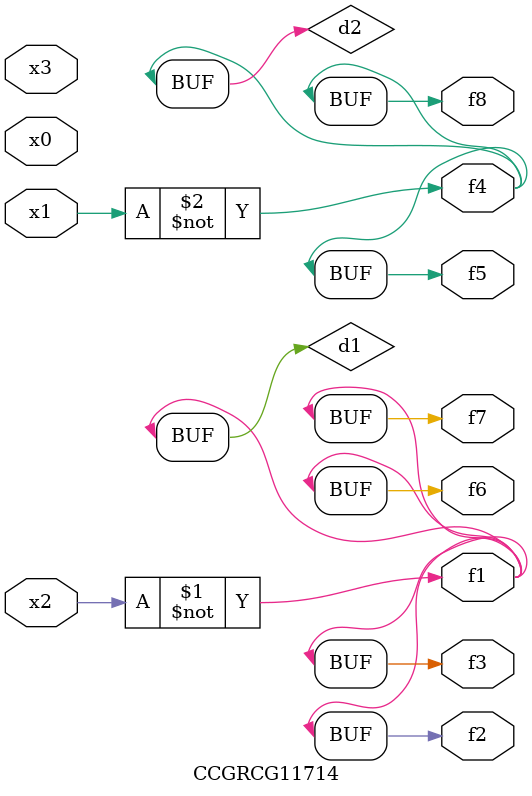
<source format=v>
module CCGRCG11714(
	input x0, x1, x2, x3,
	output f1, f2, f3, f4, f5, f6, f7, f8
);

	wire d1, d2;

	xnor (d1, x2);
	not (d2, x1);
	assign f1 = d1;
	assign f2 = d1;
	assign f3 = d1;
	assign f4 = d2;
	assign f5 = d2;
	assign f6 = d1;
	assign f7 = d1;
	assign f8 = d2;
endmodule

</source>
